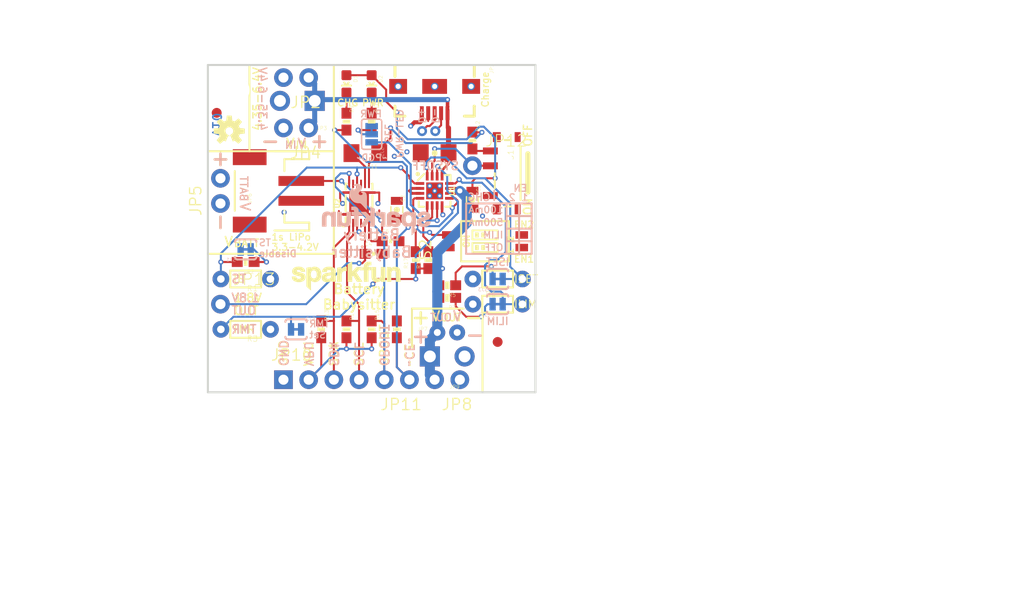
<source format=kicad_pcb>
(kicad_pcb (version 20211014) (generator pcbnew)
  (layers (0 "F.Cu" signal) (31 "B.Cu" signal) (34 "B.Paste" user) (35 "F.Paste" user) (36 "B.SilkS" user "B.Silkscreen") (37 "F.SilkS" user "F.Silkscreen") (38 "B.Mask" user) (39 "F.Mask" user) (44 "Edge.Cuts" user))
  (net 0 "")
  (net 1 "V_BATT")
  (net 2 "GND")
  (net 3 "D+")
  (net 4 "D-")
  (net 5 "V_USB")
  (net 6 "SDA")
  (net 7 "SCL")
  (net 8 "SHIELD")
  (net 9 "BATTERY_IN")
  (net 10 "1.8V")
  (net 11 "GPOUT")
  (net 12 "TS")
  (net 13 "ILIM")
  (net 14 "ISET")
  (net 15 "TMR")
  (net 16 "EN2")
  (net 17 "EN1")
  (net 18 "SYSOFF")
  (net 19 "~{CE}")
  (net 20 "N$11")
  (net 21 "N$12")
  (net 22 "~{CHG}")
  (net 23 "~{PGOOD}")
  (net 24 "N$4")
  (net 25 "OUT")
  (net 26 "V_PU")
  (net 27 "N$1")
  (net 28 "N$2")
  (net 29 "N$3")
  (net 30 "USB_ID")
  (net 31 "N$5")
  (footprint "boardEagle:0603-CAP" (layer "F.Cu") (at 150.4061 106.2736)
    (fp_text reference "C5")
    (fp_text value "1.0uF")
  )
  (footprint "boardEagle:SCREWTERMINAL-3.5MM-2-NS" (layer "F.Cu") (at 142.7581 92.1131 180)
    (fp_text reference "JP3")
    (fp_text value "")
  )
  (footprint "boardEagle:JST-2-SMD" (layer "F.Cu") (at 137.7061 101.1936 90)
    (fp_text reference "JP6")
    (fp_text value "")
  )
  (footprint "boardEagle:DIPSWITCH-02-50MIL" (layer "F.Cu") (at 159.9311 106.2736 90)
    (fp_text reference "S2")
    (fp_text value "SW_DIP-2_SMD")
  )
  (footprint "boardEagle:0603-RES" (layer "F.Cu") (at 148.5011 115.1636 -90)
    (fp_text reference "R15")
    (fp_text value "10K")
  )
  (footprint "boardEagle:1_6W-RES" (layer "F.Cu") (at 135.8011 110.0836 180)
    (fp_text reference "R1")
    (fp_text value "TS")
  )
  (footprint "boardEagle:1X02_NO_SILK" (layer "F.Cu") (at 152.3111 120.2436 180)
    (fp_text reference "JP11")
    (fp_text value "")
  )
  (footprint "boardEagle:1_6W-RES" (layer "F.Cu") (at 161.2011 112.6236)
    (fp_text reference "R6")
    (fp_text value "ILIM")
  )
  (footprint "boardEagle:OSHW-LOGO-S" (layer "F.Cu") (at 134.1501 95.1611)
    (fp_text reference "LOGO3" hide)
    (fp_text value "OSHW-LOGOS" hide)
  )
  (footprint "boardEagle:FIDUCIAL-1X2" (layer "F.Cu") (at 132.8801 93.3196)
    (fp_text reference "FID1" hide)
    (fp_text value "FIDUCIAL1X2" hide)
  )
  (footprint "boardEagle:SCREWTERMINAL-3.5MM-2-NS" (layer "F.Cu") (at 154.3711 117.8941)
    (fp_text reference "JP7")
    (fp_text value "")
  )
  (footprint "boardEagle:USB-AB-MICRO-SMD_V03" (layer "F.Cu") (at 154.8511 90.6526 -90)
    (fp_text reference "JP1")
    (fp_text value "USB-AB-MICRO-SMD_V03")
  )
  (footprint "boardEagle:PVQFN-N16" (layer "F.Cu") (at 154.8511 101.1936 -90)
    (fp_text reference "U1")
    (fp_text value "BQ24075")
  )
  (footprint "boardEagle:1X01_NO_SILK" (layer "F.Cu") (at 158.6611 98.6536)
    (fp_text reference "JP12")
    (fp_text value "")
  )
  (footprint "boardEagle:1206-CAP" (layer "F.Cu") (at 154.8511 97.3836 180)
    (fp_text reference "C1")
    (fp_text value "1.0uF")
  )
  (footprint "boardEagle:0603-RES" (layer "F.Cu") (at 145.9611 115.1636 -90)
    (fp_text reference "R14")
    (fp_text value "4.7K")
  )
  (footprint "boardEagle:LED-0603" (layer "F.Cu") (at 145.9611 90.3986 180)
    (fp_text reference "D1")
    (fp_text value "BLUE")
  )
  (footprint "boardEagle:1X02_NO_SILK" (layer "F.Cu") (at 142.1511 89.7636 180)
    (fp_text reference "JP2")
    (fp_text value "")
  )
  (footprint "boardEagle:0603-RES" (layer "F.Cu") (at 151.0411 115.1636 90)
    (fp_text reference "R8")
    (fp_text value "100k")
  )
  (footprint "boardEagle:0603-RES" (layer "F.Cu") (at 145.9611 94.2086 -90)
    (fp_text reference "R9")
    (fp_text value "180")
  )
  (footprint "boardEagle:FIDUCIAL-1X2" (layer "F.Cu") (at 161.2011 116.4336)
    (fp_text reference "FID2" hide)
    (fp_text value "FIDUCIAL1X2" hide)
  )
  (footprint "boardEagle:STAND-OFF" (layer "F.Cu") (at 162.4711 91.0336)
    (fp_text reference "STANDOFF1" hide)
    (fp_text value "STAND-OFF" hide)
  )
  (footprint "boardEagle:SFE_LOGO_NAME_.1" (layer "F.Cu") (at 139.9921 111.6711)
    (fp_text reference "LOGO1" hide)
    (fp_text value "SFE_LOGO_NAME.1_INCH" hide)
  )
  (footprint "boardEagle:0603-RES" (layer "F.Cu") (at 135.8011 108.3691 180)
    (fp_text reference "R2")
    (fp_text value "10K")
  )
  (footprint "boardEagle:STAND-OFF" (layer "F.Cu") (at 134.5311 118.9736)
    (fp_text reference "STANDOFF2" hide)
    (fp_text value "STAND-OFF" hide)
  )
  (footprint "boardEagle:1_6W-RES" (layer "F.Cu") (at 161.2011 110.0836)
    (fp_text reference "R4")
    (fp_text value "ISET")
  )
  (footprint "boardEagle:0603-RES" (layer "F.Cu") (at 156.1211 111.9886 180)
    (fp_text reference "R7")
    (fp_text value "1.1k")
  )
  (footprint "boardEagle:1X02_NO_SILK" (layer "F.Cu") (at 133.2611 102.4636 90)
    (fp_text reference "JP5")
    (fp_text value "")
  )
  (footprint "boardEagle:0603-CAP" (layer "F.Cu") (at 148.6916 107.5436)
    (fp_text reference "C4")
    (fp_text value "0.47uF")
  )
  (footprint "boardEagle:0603-RES" (layer "F.Cu") (at 148.5011 94.2086 -90)
    (fp_text reference "R10")
    (fp_text value "1K")
  )
  (footprint "boardEagle:0805-CAP" (layer "F.Cu") (at 158.6611 102.0826 -90)
    (fp_text reference "C3")
    (fp_text value "10uF")
  )
  (footprint "boardEagle:1X02_NO_SILK" (layer "F.Cu") (at 157.3911 120.2436 180)
    (fp_text reference "JP8")
    (fp_text value "")
  )
  (footprint "boardEagle:JST-2-PTH-NS" (layer "F.Cu") (at 156.1211 115.4811 180)
    (fp_text reference "JP9")
    (fp_text value "")
  )
  (footprint "boardEagle:0603-RES" (layer "F.Cu") (at 158.6611 96.1136 -90)
    (fp_text reference "R12")
    (fp_text value "100k")
  )
  (footprint "boardEagle:1X01_NO_SILK" (layer "F.Cu") (at 133.2611 112.6236)
    (fp_text reference "JP13")
    (fp_text value "")
  )
  (footprint "boardEagle:1X04_NO_SILK" (layer "F.Cu") (at 139.6111 120.2436)
    (fp_text reference "JP10")
    (fp_text value "")
  )
  (footprint "boardEagle:STAND-OFF" (layer "F.Cu") (at 162.4711 118.9736)
    (fp_text reference "STANDOFF4" hide)
    (fp_text value "STAND-OFF" hide)
  )
  (footprint "boardEagle:PDSO-N12" (layer "F.Cu") (at 147.2311 102.4636)
    (fp_text reference "U2")
    (fp_text value "BQ27441-G1")
  )
  (footprint "boardEagle:CREATIVE_COMMONS" (layer "F.Cu") (at 131.3561 142.4686)
    (fp_text reference "FRAME1" hide)
    (fp_text value "FRAME-LETTER" hide)
  )
  (footprint "boardEagle:0805-CAP" (layer "F.Cu") (at 151.0411 103.0986 -90)
    (fp_text reference "C2")
    (fp_text value "10uF")
  )
  (footprint "boardEagle:LED-0603" (layer "F.Cu") (at 148.5011 90.3986 180)
    (fp_text reference "D2")
    (fp_text value "RED")
  )
  (footprint "boardEagle:STAND-OFF" (layer "F.Cu") (at 134.5311 91.0336)
    (fp_text reference "STANDOFF3" hide)
    (fp_text value "STAND-OFF" hide)
  )
  (footprint "boardEagle:1X02_NO_SILK" (layer "F.Cu") (at 142.1511 94.8436 180)
    (fp_text reference "JP4")
    (fp_text value "")
  )
  (footprint "boardEagle:1_6W-RES" (layer "F.Cu") (at 135.8011 115.1636 180)
    (fp_text reference "R3")
    (fp_text value "TMR")
  )
  (footprint "boardEagle:0603-RES" (layer "F.Cu") (at 152.9461 108.1786 90)
    (fp_text reference "R17")
    (fp_text value "10K")
  )
  (footprint "boardEagle:0603-RES" (layer "F.Cu") (at 156.1211 110.7186 180)
    (fp_text reference "R5")
    (fp_text value "590")
  )
  (footprint "boardEagle:SWITCH-SPST-SMD-A" (layer "F.Cu") (at 162.2171 99.4156 -90)
    (fp_text reference "S1")
    (fp_text value "RIGHT_ANGLE_SLIDE_SWITCH_SMD")
  )
  (footprint "boardEagle:1206" (layer "F.Cu") (at 147.8661 97.3836 180)
    (fp_text reference "R11")
    (fp_text value "0.01")
  )
  (footprint "boardEagle:0603-RES" (layer "F.Cu") (at 143.4211 115.1636 -90)
    (fp_text reference "R13")
    (fp_text value "4.7K")
  )
  (footprint "boardEagle:0603-RES" (layer "F.Cu") (at 154.2161 108.1786 90)
    (fp_text reference "R16")
    (fp_text value "10K")
  )
  (footprint "boardEagle:PAD.03X.04" (layer "B.Cu") (at 153.5811 95.1611 180)
    (fp_text reference "TP2" hide)
    (fp_text value "" hide)
  )
  (footprint "boardEagle:SFE_LOGO_NAME_FLAME_.1" (layer "B.Cu") (at 154.8511 105.7021 180)
    (fp_text reference "LOGO2" hide)
    (fp_text value "SFE_LOGO_NAME_FLAME.1_INCH" hide)
  )
  (footprint "boardEagle:PAD-JUMPER-2-NC_BY_TRACE_YES_SILK" (layer "B.Cu") (at 161.2011 112.6236)
    (fp_text reference "SJ4")
    (fp_text value "")
  )
  (footprint "boardEagle:PAD-JUMPER-3-2OF3_NC_BY_TRACE_YES_SILK_FULL_BOX" (layer "B.Cu") (at 148.5011 95.4786 90)
    (fp_text reference "SJ5")
    (fp_text value "")
  )
  (footprint "boardEagle:PAD-JUMPER-2-NC_BY_TRACE_YES_SILK" (layer "B.Cu") (at 135.8011 107.0991)
    (fp_text reference "SJ1")
    (fp_text value "")
  )
  (footprint "boardEagle:PAD-JUMPER-2-NC_BY_TRACE_YES_SILK" (layer "B.Cu") (at 140.8811 115.1636 180)
    (fp_text reference "SJ2")
    (fp_text value "")
  )
  (footprint "boardEagle:PAD.03X.04" (layer "B.Cu") (at 154.9146 95.1611 180)
    (fp_text reference "TP1" hide)
    (fp_text value "" hide)
  )
  (footprint "boardEagle:PAD-JUMPER-2-NC_BY_TRACE_YES_SILK" (layer "B.Cu") (at 161.2011 110.0836)
    (fp_text reference "SJ3")
    (fp_text value "")
  )
  (gr_line (start 163.3601 107.5436) (end 162.0901 107.5436) (layer "B.SilkS") (width 0.2032))
  (gr_line (start 153.4541 115.3541) (end 153.4541 116.4971) (layer "B.SilkS") (width 0.254))
  (gr_line (start 163.3601 103.7336) (end 163.3601 105.0036) (layer "B.SilkS") (width 0.2032))
  (gr_line (start 164.6301 106.2736) (end 163.3601 106.2736) (layer "B.SilkS") (width 0.2032))
  (gr_line (start 163.3601 105.0036) (end 162.0901 105.0036) (layer "B.SilkS") (width 0.2032))
  (gr_line (start 163.3601 103.7336) (end 163.3601 102.4636) (layer "B.SilkS") (width 0.2032))
  (gr_line (start 162.0901 107.5436) (end 158.0261 107.5436) (layer "B.SilkS") (width 0.2032))
  (gr_line (start 162.0901 103.7336) (end 162.0901 102.4636) (layer "B.SilkS") (width 0.2032))
  (gr_line (start 164.6301 103.7336) (end 164.6301 105.0036) (layer "B.SilkS") (width 0.2032))
  (gr_line (start 164.6301 105.0036) (end 163.3601 105.0036) (layer "B.SilkS") (width 0.2032))
  (gr_line (start 162.0901 102.4636) (end 163.3601 102.4636) (layer "B.SilkS") (width 0.2032))
  (gr_line (start 163.3601 102.4636) (end 164.6301 102.4636) (layer "B.SilkS") (width 0.2032))
  (gr_line (start 162.0901 103.7336) (end 162.0901 105.0036) (layer "B.SilkS") (width 0.2032))
  (gr_line (start 164.6301 103.7336) (end 163.3601 103.7336) (layer "B.SilkS") (width 0.2032))
  (gr_line (start 158.0261 107.5436) (end 158.0261 102.4636) (layer "B.SilkS") (width 0.2032))
  (gr_line (start 164.6301 102.4636) (end 164.6301 103.7336) (layer "B.SilkS") (width 0.2032))
  (gr_line (start 133.8326 98.0186) (end 132.6896 98.0186) (layer "B.SilkS") (width 0.254))
  (gr_line (start 138.8491 96.2406) (end 137.7061 96.2406) (layer "B.SilkS") (width 0.254))
  (gr_line (start 162.0901 105.0036) (end 162.0901 106.2736) (layer "B.SilkS") (width 0.2032))
  (gr_line (start 164.6301 105.0036) (end 164.6301 106.2736) (layer "B.SilkS") (width 0.2032))
  (gr_line (start 163.3601 106.2736) (end 162.0901 106.2736) (layer "B.SilkS") (width 0.2032))
  (gr_line (start 163.3601 106.2736) (end 163.3601 107.5436) (layer "B.SilkS") (width 0.2032))
  (gr_line (start 164.6301 107.5436) (end 163.3601 107.5436) (layer "B.SilkS") (width 0.2032))
  (gr_line (start 142.6591 96.2406) (end 143.8021 96.2406) (layer "B.SilkS") (width 0.254))
  (gr_line (start 133.2611 98.5901) (end 133.2611 97.4471) (layer "B.SilkS") (width 0.254))
  (gr_line (start 143.2306 95.6691) (end 143.2306 96.8121) (layer "B.SilkS") (width 0.254))
  (gr_line (start 164.6301 106.2736) (end 164.6301 107.5436) (layer "B.SilkS") (width 0.2032))
  (gr_line (start 152.8826 115.9256) (end 154.0256 115.9256) (layer "B.SilkS") (width 0.254))
  (gr_line (start 163.3601 105.0036) (end 163.3601 106.2736) (layer "B.SilkS") (width 0.2032))
  (gr_line (start 158.0261 102.4636) (end 162.0901 102.4636) (layer "B.SilkS") (width 0.2032))
  (gr_line (start 163.3601 103.7336) (end 162.0901 103.7336) (layer "B.SilkS") (width 0.2032))
  (gr_line (start 158.3436 115.7986) (end 159.4866 115.7986) (layer "B.SilkS") (width 0.254))
  (gr_line (start 162.0901 106.2736) (end 162.0901 107.5436) (layer "B.SilkS") (width 0.2032))
  (gr_line (start 133.2611 104.9401) (end 133.2611 103.7971) (layer "B.SilkS") (width 0.254))
  (gr_line (start 154.0256 114.0206) (end 152.8826 114.0206) (layer "F.SilkS") (width 0.254))
  (gr_line (start 153.4541 113.4491) (end 153.4541 114.5921) (layer "F.SilkS") (width 0.254))
  (gr_line (start 136.1821 97.1931) (end 132.0546 97.1931) (layer "F.SilkS") (width 0.2032))
  (gr_line (start 131.9911 107.5436) (end 144.6911 107.5436) (layer "F.SilkS") (width 0.2032))
  (gr_line (start 137.7061 96.2406) (end 138.8491 96.2406) (layer "F.SilkS") (width 0.254))
  (gr_line (start 152.5651 113.0681) (end 157.7721 113.0681) (layer "F.SilkS") (width 0.2032))
  (gr_line (start 164.2491 101.3206) (end 164.2491 97.4471) (layer "F.SilkS") (width 0.508))
  (gr_line (start 144.6911 107.5436) (end 144.6911 97.1931) (layer "F.SilkS") (width 0.2032))
  (gr_line (start 159.6771 121.5136) (end 159.6771 113.5126) (layer "F.SilkS") (width 0.2032))
  (gr_line (start 152.5651 113.0681) (end 152.5651 116.9416) (layer "F.SilkS") (width 0.2032))
  (gr_line (start 136.1821 97.1931) (end 144.6911 97.1931) (layer "F.SilkS") (width 0.2032))
  (gr_line (start 159.3596 114.0206) (end 158.2166 114.0206) (layer "F.SilkS") (width 0.254))
  (gr_line (start 136.1821 88.4936) (end 136.1821 97.1931) (layer "F.SilkS") (width 0.2032))
  (gr_line (start 133.2611 98.5901) (end 133.2611 97.4471) (layer "F.SilkS") (width 0.254))
  (gr_line (start 142.6591 96.2406) (end 143.8021 96.2406) (layer "F.SilkS") (width 0.254))
  (gr_line (start 133.2611 104.9401) (end 133.2611 103.7971) (layer "F.SilkS") (width 0.254))
  (gr_line (start 144.6911 97.1931) (end 144.6911 88.4936) (layer "F.SilkS") (width 0.2032))
  (gr_line (start 143.2306 96.8121) (end 143.2306 95.6691) (layer "F.SilkS") (width 0.254))
  (gr_line (start 133.8326 98.0186) (end 132.6896 98.0186) (layer "F.SilkS") (width 0.254))
  (gr_line (start 165.0111 88.4936) (end 165.0111 121.5136) (layer "Edge.Cuts") (width 0.2032))
  (gr_line (start 131.9911 121.5136) (end 131.9911 88.4936) (layer "Edge.Cuts") (width 0.2032))
  (gr_line (start 131.9911 88.4936) (end 165.0111 88.4936) (layer "Edge.Cuts") (width 0.2032))
  (gr_line (start 165.0111 121.5136) (end 131.9911 121.5136) (layer "Edge.Cuts") (width 0.2032))
  (gr_text "v10" (at 132.3721 95.7326 -90) (layer "B.Cu") (effects (font (size 0.8636 0.8636) (thickness 0.1524)) (justify left bottom mirror)))
  (gr_text "IN" (at 141.0081 97.0026) (layer "B.SilkS") (effects (font (size 0.75565 0.75565) (thickness 0.13335)) (justify left bottom mirror)))
  (gr_text "OUT" (at 134.2771 113.2586) (layer "B.SilkS") (effects (font (size 0.8636 0.8636) (thickness 0.1524)) (justify right mirror)))
  (gr_text "1.8V" (at 134.2771 111.9886) (layer "B.SilkS") (effects (font (size 0.8636 0.8636) (thickness 0.1524)) (justify right mirror)))
  (gr_text "D-" (at 154.9146 94.4626 -90) (layer "B.SilkS") (effects (font (size 0.69088 0.69088) (thickness 0.12192)) (justify left mirror)))
  (gr_text "BATT" (at 135.1661 102.3366 -90) (layer "B.SilkS") (effects (font (size 0.75565 0.75565) (thickness 0.13335)) (justify left bottom mirror)))
  (gr_text "OUT" (at 155.4861 114.4016) (layer "B.SilkS") (effects (font (size 0.75565 0.75565) (thickness 0.13335)) (justify bottom mirror)))
  (gr_text "D+" (at 153.5811 94.4626 -90) (layer "B.SilkS") (effects (font (size 0.69088 0.69088) (thickness 0.12192)) (justify left mirror)))
  (gr_text "V" (at 135.1661 102.7811 -90) (layer "B.SilkS") (effects (font (size 0.97155 0.97155) (thickness 0.17145)) (justify bottom mirror)))
  (gr_text "500mA" (at 161.8361 104.3686) (layer "B.SilkS") (effects (font (size 0.69088 0.69088) (thickness 0.12192)) (justify left mirror)))
  (gr_text "PWR-LED\nSEL" (at 149.7711 95.4151 -90) (layer "B.SilkS") (effects (font (size 0.69088 0.69088) (thickness 0.12192)) (justify bottom mirror)))
  (gr_text "TMR" (at 134.2771 115.1636) (layer "B.SilkS") (effects (font (size 0.8636 0.8636) (thickness 0.1524)) (justify right mirror)))
  (gr_text "ISET" (at 161.2011 108.8136) (layer "B.SilkS") (effects (font (size 0.75565 0.75565) (thickness 0.13335)) (justify bottom mirror)))
  (gr_text "1" (at 163.9316 102.2731) (layer "B.SilkS") (effects (font (size 0.69088 0.69088) (thickness 0.12192)) (justify bottom mirror)))
  (gr_text "~PGD~" (at 148.5011 97.4471) (layer "B.SilkS") (effects (font (size 0.69088 0.69088) (thickness 0.12192)) (justify top mirror)))
  (gr_text "Battery\nBabysitter" (at 148.5011 105.0036) (layer "B.SilkS") (effects (font (size 1.0795 1.0795) (thickness 0.1905)) (justify top mirror)))
  (gr_text "EN" (at 163.4871 101.3206) (layer "B.SilkS") (effects (font (size 0.69088 0.69088) (thickness 0.12192)) (justify bottom mirror)))
  (gr_text "TS\nDisable" (at 137.0711 106.9721) (layer "B.SilkS") (effects (font (size 0.69088 0.69088) (thickness 0.12192)) (justify right mirror)))
  (gr_text "CHG" (at 160.5661 102.2731) (layer "B.SilkS") (effects (font (size 0.75565 0.75565) (thickness 0.13335)) (justify left bottom mirror)))
  (gr_text "2" (at 162.6616 102.2731) (layer "B.SilkS") (effects (font (size 0.69088 0.69088) (thickness 0.12192)) (justify bottom mirror)))
  (gr_text "ILIM" (at 161.2011 113.8936) (layer "B.SilkS") (effects (font (size 0.75565 0.75565) (thickness 0.13335)) (justify top mirror)))
  (gr_text "V" (at 141.4526 97.0026) (layer "B.SilkS") (effects (font (size 0.97155 0.97155) (thickness 0.17145)) (justify bottom mirror)))
  (gr_text "OFF" (at 161.8361 106.9086) (layer "B.SilkS") (effects (font (size 0.69088 0.69088) (thickness 0.12192)) (justify left mirror)))
  (gr_text "SCL" (at 147.2311 118.9736 -90) (layer "B.SilkS") (effects (font (size 0.8636 0.8636) (thickness 0.1524)) (justify left mirror)))
  (gr_text "ILIM" (at 161.8361 105.6386) (layer "B.SilkS") (effects (font (size 0.69088 0.69088) (thickness 0.12192)) (justify left mirror)))
  (gr_text "V" (at 157.1371 114.4016) (layer "B.SilkS") (effects (font (size 0.97155 0.97155) (thickness 0.17145)) (justify bottom mirror)))
  (gr_text "4.35-6.4V" (at 137.0076 88.6206 -90) (layer "B.SilkS") (effects (font (size 0.82042 0.82042) (thickness 0.14478)) (justify right bottom mirror)))
  (gr_text "TMR\nSet" (at 142.1511 115.1636) (layer "B.SilkS") (effects (font (size 0.69088 0.69088) (thickness 0.12192)) (justify right mirror)))
  (gr_text "~CE~" (at 152.3111 118.9736 -90) (layer "B.SilkS") (effects (font (size 0.8636 0.8636) (thickness 0.1524)) (justify left mirror)))
  (gr_text "GND" (at 139.6111 118.9736 -90) (layer "B.SilkS") (effects (font (size 0.8636 0.8636) (thickness 0.1524)) (justify left mirror)))
  (gr_text "SDA" (at 144.6911 118.9736 -90) (layer "B.SilkS") (effects (font (size 0.8636 0.8636) (thickness 0.1524)) (justify left mirror)))
  (gr_text "GPOUT" (at 149.7711 118.9736 -90) (layer "B.SilkS") (effects (font (size 0.8636 0.8636) (thickness 0.1524)) (justify left mirror)))
  (gr_text "TS" (at 134.2771 110.0836) (layer "B.SilkS") (effects (font (size 0.8636 0.8636) (thickness 0.1524)) (justify right mirror)))
  (gr_text "I" (at 161.2011 102.2731) (layer "B.SilkS") (effects (font (size 0.97155 0.97155) (thickness 0.17145)) (justify left bottom mirror)))
  (gr_text "VPU" (at 142.1511 118.9736 -90) (layer "B.SilkS") (effects (font (size 0.8636 0.8636) (thickness 0.1524)) (justify left mirror)))
  (gr_text "PWR" (at 148.4376 93.8276) (layer "B.SilkS") (effects (font (size 0.69088 0.69088) (thickness 0.12192)) (justify bottom mirror)))
  (gr_text "SYSOFF" (at 157.3911 98.6536) (layer "B.SilkS") (effects (font (size 0.8636 0.8636) (thickness 0.1524)) (justify left mirror)))
  (gr_text "100mA" (at 161.8361 103.0986) (layer "B.SilkS") (effects (font (size 0.69088 0.69088) (thickness 0.12192)) (justify left mirror)))
  (gr_text "1s LiPo" (at 138.3411 105.4481) (layer "F.SilkS") (effects (font (size 0.69088 0.69088) (thickness 0.12192)) (justify left top)))
  (gr_text "4.35-6.4V" (at 136.4996 88.6206 90) (layer "F.SilkS") (effects (font (size 0.82042 0.82042) (thickness 0.14478)) (justify right top)))
  (gr_text "Battery\nBabysitter" (at 147.2311 110.5281) (layer "F.SilkS") (effects (font (size 0.97155 0.97155) (thickness 0.17145)) (justify top)))
  (gr_text "BATT" (at 134.5311 106.9086) (layer "F.SilkS") (effects (font (size 0.75565 0.75565) (thickness 0.13335)) (justify left bottom)))
  (gr_text "~CE~" (at 152.3111 118.9736 90) (layer "F.SilkS") (effects (font (size 0.8636 0.8636) (thickness 0.1524)) (justify left)))
  (gr_text "V" (at 140.3096 97.0026) (layer "F.SilkS") (effects (font (size 0.97155 0.97155) (thickness 0.17145)) (justify bottom)))
  (gr_text "PWR" (at 148.6281 92.3036) (layer "F.SilkS") (effects (font (size 0.69088 0.69088) (thickness 0.12192))))
  (gr_text "GPOUT" (at 149.7711 118.9736 90) (layer "F.SilkS") (effects (font (size 0.8636 0.8636) (thickness 0.1524)) (justify left)))
  (gr_text "EN2" (at 163.8681 105.0036) (layer "F.SilkS") (effects (font (size 0.69088 0.69088) (thickness 0.12192)) (justify bottom)))
  (gr_text "EN1" (at 163.8681 107.6706) (layer "F.SilkS") (effects (font (size 0.69088 0.69088) (thickness 0.12192)) (justify top)))
  (gr_text "IN" (at 140.7541 97.0026) (layer "F.SilkS") (effects (font (size 0.75565 0.75565) (thickness 0.13335)) (justify left bottom)))
  (gr_text "Charge" (at 159.5501 90.9701 90) (layer "F.SilkS") (effects (font (size 0.69088 0.69088) (thickness 0.12192)) (justify top)))
  (gr_text "SCL" (at 147.2311 118.9736 90) (layer "F.SilkS") (effects (font (size 0.8636 0.8636) (thickness 0.1524)) (justify left)))
  (gr_text "CHG" (at 146.0881 92.3036) (layer "F.SilkS") (effects (font (size 0.69088 0.69088) (thickness 0.12192))))
  (gr_text "SDA" (at 144.6911 118.9736 90) (layer "F.SilkS") (effects (font (size 0.8636 0.8636) (thickness 0.1524)) (justify left)))
  (gr_text "V" (at 154.9781 114.4016) (layer "F.SilkS") (effects (font (size 0.97155 0.97155) (thickness 0.17145)) (justify bottom)))
  (gr_text "OFF" (at 164.2491 96.8121 90) (layer "F.SilkS") (effects (font (size 0.82042 0.82042) (thickness 0.14478)) (justify left)))
  (gr_text "GND" (at 139.6111 118.9736 90) (layer "F.SilkS") (effects (font (size 0.8636 0.8636) (thickness 0.1524)) (justify left)))
  (gr_text "OUT" (at 155.3591 114.4016) (layer "F.SilkS") (effects (font (size 0.75565 0.75565) (thickness 0.13335)) (justify left bottom)))
  (gr_text "3.3-4.2V" (at 138.3411 106.4641) (layer "F.SilkS") (effects (font (size 0.69088 0.69088) (thickness 0.12192)) (justify left top)))
  (gr_text "ON" (at 164.2491 101.8286 90) (layer "F.SilkS") (effects (font (size 0.82042 0.82042) (thickness 0.14478)) (justify right)))
  (gr_text "1.8V" (at 134.5311 111.9886) (layer "F.SilkS") (effects (font (size 0.8636 0.8636) (thickness 0.1524)) (justify left)))
  (gr_text "VPU" (at 142.1511 118.9736 90) (layer "F.SilkS") (effects (font (size 0.8636 0.8636) (thickness 0.1524)) (justify left)))
  (gr_text "V" (at 134.0866 106.9086) (layer "F.SilkS") (effects (font (size 0.97155 0.97155) (thickness 0.17145)) (justify bottom)))
  (gr_text "OUT" (at 134.5311 113.2586) (layer "F.SilkS") (effects (font (size 0.8636 0.8636) (thickness 0.1524)) (justify left)))
  (segment (start 148.2311 98.4186) (end 149.2661 97.3836) (width 0.2032) (layer "F.Cu") (net 1))
  (segment (start 158.6856 95.2881) (end 158.6611 95.2636) (width 0.2032) (layer "F.Cu") (net 1))
  (segment (start 153.3761 100.9436) (end 152.5611 100.9436) (width 0.2794) (layer "F.Cu") (net 1))
  (segment (start 152.5611 100.9436) (end 152.3111 101.1936) (width 0.2794) (layer "F.Cu") (net 1))
  (segment (start 148.2311 100.4886) (end 148.2311 98.4186) (width 0.2032) (layer "F.Cu") (net 1))
  (segment (start 153.3761 101.4436) (end 152.5611 101.4436) (width 0.2794) (layer "F.Cu") (net 1))
  (segment (start 150.4061 95.8596) (end 149.2661 96.9996) (width 0.2032) (layer "F.Cu") (net 1))
  (segment (start 159.6136 95.2881) (end 158.6856 95.2881) (width 0.2032) (layer "F.Cu") (net 1))
  (segment (start 149.2661 96.9996) (end 149.2661 97.3836) (width 0.2032) (layer "F.Cu") (net 1))
  (segment (start 150.4061 94.8436) (end 150.4061 95.8596) (width 0.2032) (layer "F.Cu") (net 1))
  (segment (start 152.5611 101.4436) (end 152.3111 101.1936) (width 0.2794) (layer "F.Cu") (net 1))
  (via (at 150.4061 94.8436) (size 0.508) (drill 0.254) (layers "F.Cu" "B.Cu") (net 1))
  (via (at 159.6136 95.2881) (size 0.508) (drill 0.254) (layers "F.Cu" "B.Cu") (net 1))
  (segment (start 151.9301 96.3676) (end 150.4061 94.8436) (width 0.2032) (layer "B.Cu") (net 1))
  (segment (start 158.5341 96.3676) (end 151.9301 96.3676) (width 0.2032) (layer "B.Cu") (net 1))
  (segment (start 159.6136 95.2881) (end 158.5341 96.3676) (width 0.2032) (layer "B.Cu") (net 1))
  (segment (start 152.8191 94.2721) (end 152.4381 94.6531) (width 0.4064) (layer "F.Cu") (net 2))
  (segment (start 149.2631 101.3636) (end 149.2631 102.2096) (width 0.2032) (layer "F.Cu") (net 2))
  (segment (start 145.1991 103.5636) (end 145.1991 103.2256) (width 0.2032) (layer "F.Cu") (net 2))
  (segment (start 146.0811 101.3636) (end 145.3261 101.3636) (width 0.2032) (layer "F.Cu") (net 2))
  (segment (start 147.0311 104.4386) (end 147.0311 105.1211) (width 0.2032) (layer "F.Cu") (net 2))
  (segment (start 153.5511 93.3526) (end 153.5511 94.1116) (width 0.4064) (layer "F.Cu") (net 2))
  (segment (start 147.0311 105.1211) (end 147.2311 105.3211) (width 0.2032) (layer "F.Cu") (net 2))
  (segment (start 146.0811 103.5636) (end 145.1991 103.5636) (width 0.2032) (layer "F.Cu") (net 2))
  (segment (start 149.2631 103.5636) (end 149.2631 103.1621) (width 0.2032) (layer "F.Cu") (net 2))
  (segment (start 148.3811 103.5636) (end 149.2631 103.5636) (width 0.2032) (layer "F.Cu") (net 2))
  (segment (start 153.5511 94.1116) (end 153.3906 94.2721) (width 0.4064) (layer "F.Cu") (net 2))
  (segment (start 146.0811 101.3636) (end 147.2311 101.3636) (width 0.254) (layer "F.Cu") (net 2))
  (segment (start 145.3261 101.3636) (end 145.3261 102.2096) (width 0.2032) (layer "F.Cu") (net 2))
  (segment (start 148.3811 101.3636) (end 149.2631 101.3636) (width 0.2032) (layer "F.Cu") (net 2))
  (segment (start 153.3906 94.2721) (end 152.8191 94.2721) (width 0.4064) (layer "F.Cu") (net 2))
  (segment (start 155.6011 102.6686) (end 155.6011 103.4041) (width 0.254) (layer "F.Cu") (net 2))
  (via (at 150.7871 97.7011) (size 0.508) (drill 0.254) (layers "F.Cu" "B.Cu") (net 2))
  (via (at 149.1361 102.4636) (size 0.508) (drill 0.254) (layers "F.Cu" "B.Cu") (net 2))
  (via (at 152.4381 94.6531) (size 0.508) (drill 0.254) (layers "F.Cu" "B.Cu") (net 2))
  (via (at 159.6771 103.7336) (size 0.508) (drill 0.254) (layers "F.Cu" "B.Cu") (net 2))
  (via (at 154.3511 101.6936) (size 0.508) (drill 0.254) (layers "F.Cu" "B.Cu") (net 2))
  (via (at 155.3511 100.6936) (size 0.508) (drill 0.254) (layers "F.Cu" "B.Cu") (net 2))
  (via (at 152.0571 97.2566) (size 0.508) (drill 0.254) (layers "F.Cu" "B.Cu") (net 2))
  (via (at 145.5801 102.4636) (size 0.508) (drill 0.254) (layers "F.Cu" "B.Cu") (net 2))
  (via (at 147.2311 105.3211) (size 0.508) (drill 0.254) (layers "F.Cu" "B.Cu") (net 2))
  (via (at 155.3511 101.6936) (size 0.508) (drill 0.254) (layers "F.Cu" "B.Cu") (net 2))
  (via (at 154.8511 101.1936) (size 0.508) (drill 0.254) (layers "F.Cu" "B.Cu") (net 2))
  (via (at 154.3511 100.6936) (size 0.508) (drill 0.254) (layers "F.Cu" "B.Cu") (net 2))
  (via (at 139.6746 103.3526) (size 0.508) (drill 0.254) (layers "F.Cu" "B.Cu") (net 2))
  (via (at 155.6766 103.6066) (size 0.508) (drill 0.254) (layers "F.Cu" "B.Cu") (net 2))
  (segment (start 154.8511 93.3526) (end 154.8511 94.1451) (width 0.2032) (layer "F.Cu") (net 3))
  (segment (start 154.8511 94.1451) (end 154.3431 94.6531) (width 0.2032) (layer "F.Cu") (net 3))
  (segment (start 154.3431 94.6531) (end 154.0891 94.6531) (width 0.2032) (layer "F.Cu") (net 3))
  (segment (start 154.0891 94.6531) (end 153.5811 95.1611) (width 0.2032) (layer "F.Cu") (net 3))
  (via (at 153.5811 95.1611) (size 0.9652) (drill 0.508) (layers "F.Cu" "B.Cu") (net 3))
  (segment (start 155.5011 93.3526) (end 155.5011 94.5746) (width 0.2032) (layer "F.Cu") (net 4))
  (segment (start 155.5011 94.5746) (end 154.9146 95.1611) (width 0.2032) (layer "F.Cu") (net 4))
  (via (at 154.9146 95.1611) (size 0.9652) (drill 0.508) (layers "F.Cu" "B.Cu") (net 4))
  (segment (start 156.2511 98.4601) (end 156.2511 97.3836) (width 0.254) (layer "F.Cu") (net 5))
  (segment (start 156.2511 94.8406) (end 156.2511 97.3836) (width 0.508) (layer "F.Cu") (net 5))
  (segment (start 156.1511 91.9861) (end 156.1511 93.3526) (width 0.3556) (layer "F.Cu") (net 5))
  (segment (start 155.6011 99.1101) (end 156.2511 98.4601) (width 0.254) (layer "F.Cu") (net 5))
  (segment (start 156.1511 93.3526) (end 156.1511 94.8406) (width 0.3556) (layer "F.Cu") (net 5))
  (segment (start 155.6011 99.7186) (end 155.6011 99.1101) (width 0.254) (layer "F.Cu") (net 5))
  (via (at 156.1511 91.9861) (size 0.508) (drill 0.254) (layers "F.Cu" "B.Cu") (net 5))
  (segment (start 142.7581 90.3706) (end 142.7581 92.1131) (width 0.508) (layer "B.Cu") (net 5))
  (segment (start 142.7581 94.2366) (end 142.7581 92.1131) (width 0.508) (layer "B.Cu") (net 5))
  (segment (start 142.1511 94.8436) (end 142.7581 94.2366) (width 0.508) (layer "B.Cu") (net 5))
  (segment (start 142.1511 89.7636) (end 142.7581 90.3706) (width 0.508) (layer "B.Cu") (net 5))
  (segment (start 156.1511 91.9861) (end 142.8851 91.9861) (width 0.508) (layer "B.Cu") (net 5))
  (segment (start 142.8851 91.9861) (end 142.7581 92.1131) (width 0.508) (layer "B.Cu") (net 5))
  (segment (start 143.4211 114.3136) (end 144.6911 114.3136) (width 0.2032) (layer "F.Cu") (net 6))
  (segment (start 146.2311 104.4386) (end 146.2311 105.3686) (width 0.2032) (layer "F.Cu") (net 6))
  (segment (start 144.6911 106.9086) (end 144.6911 114.3136) (width 0.2032) (layer "F.Cu") (net 6))
  (segment (start 144.6911 114.3136) (end 144.6911 120.2436) (width 0.2032) (layer "F.Cu") (net 6))
  (segment (start 146.2311 105.3686) (end 144.6911 106.9086) (width 0.2032) (layer "F.Cu") (net 6))
  (segment (start 146.0246 106.2736) (end 146.0246 111.4171) (width 0.2032) (layer "F.Cu") (net 7))
  (segment (start 147.2311 114.3136) (end 147.2311 120.2436) (width 0.2032) (layer "F.Cu") (net 7))
  (segment (start 146.0246 111.4171) (end 147.2311 112.6236) (width 0.2032) (layer "F.Cu") (net 7))
  (segment (start 146.6311 105.6671) (end 146.0246 106.2736) (width 0.2032) (layer "F.Cu") (net 7))
  (segment (start 146.6311 104.4386) (end 146.6311 105.6671) (width 0.2032) (layer "F.Cu") (net 7))
  (segment (start 145.9611 114.3136) (end 147.2311 114.3136) (width 0.2032) (layer "F.Cu") (net 7))
  (segment (start 147.2311 112.6236) (end 147.2311 114.3136) (width 0.2032) (layer "F.Cu") (net 7))
  (via (at 158.5311 90.6526) (size 0.762) (drill 0.508) (layers "F.Cu" "B.Cu") (net 8))
  (via (at 151.1711 90.6526) (size 0.762) (drill 0.508) (layers "F.Cu" "B.Cu") (net 8))
  (via (at 154.8511 90.6526) (size 0.762) (drill 0.508) (layers "F.Cu" "B.Cu") (net 8))
  (segment (start 148.2311 104.4386) (end 148.2311 106.0036) (width 0.2032) (layer "F.Cu") (net 9))
  (segment (start 148.2311 106.0036) (end 148.5011 106.2736) (width 0.2032) (layer "F.Cu") (net 9))
  (segment (start 149.4291 104.1536) (end 149.5561 104.2806) (width 0.2032) (layer "F.Cu") (net 9))
  (segment (start 147.8311 98.7486) (end 146.4661 97.3836) (width 0.2032) (layer "F.Cu") (net 9))
  (segment (start 149.5561 104.2806) (end 149.5561 106.2736) (width 0.2032) (layer "F.Cu") (net 9))
  (segment (start 147.8311 100.4886) (end 147.8311 98.7486) (width 0.2032) (layer "F.Cu") (net 9))
  (segment (start 148.5011 106.2736) (end 149.5561 106.2736) (width 0.2032) (layer "F.Cu") (net 9))
  (segment (start 145.4691 100.1936) (end 141.4061 100.1936) (width 0.2032) (layer "F.Cu") (net 9))
  (via (at 149.4291 104.1536) (size 0.508) (drill 0.254) (layers "F.Cu" "B.Cu") (net 9))
  (via (at 145.4691 100.1936) (size 0.508) (drill 0.254) (layers "F.Cu" "B.Cu") (net 9))
  (segment (start 145.4691 100.1936) (end 149.4291 104.1536) (width 0.2032) (layer "B.Cu") (net 9))
  (segment (start 147.8311 107.5331) (end 147.8416 107.5436) (width 0.2032) (layer "F.Cu") (net 10))
  (segment (start 147.2311 108.4961) (end 147.5486 108.4961) (width 0.2032) (layer "F.Cu") (net 10))
  (segment (start 147.8416 107.5436) (end 147.8416 108.2031) (width 0.2032) (layer "F.Cu") (net 10))
  (segment (start 147.8311 104.4386) (end 147.8311 107.5331) (width 0.2032) (layer "F.Cu") (net 10))
  (segment (start 147.5486 108.4961) (end 147.8416 108.2031) (width 0.2032) (layer "F.Cu") (net 10))
  (via (at 147.2311 108.4961) (size 0.508) (drill 0.254) (layers "F.Cu" "B.Cu") (net 10))
  (segment (start 141.8971 112.6236) (end 133.2611 112.6236) (width 0.2032) (layer "B.Cu") (net 10))
  (segment (start 146.0246 108.4961) (end 141.8971 112.6236) (width 0.2032) (layer "B.Cu") (net 10))
  (segment (start 146.0246 108.4961) (end 147.2311 108.4961) (width 0.2032) (layer "B.Cu") (net 10))
  (segment (start 149.7711 114.5921) (end 149.7711 120.2436) (width 0.2032) (layer "F.Cu") (net 11))
  (segment (start 149.4926 114.3136) (end 149.7711 114.5921) (width 0.2032) (layer "F.Cu") (net 11))
  (segment (start 148.5011 114.3136) (end 149.4926 114.3136) (width 0.2032) (layer "F.Cu") (net 11))
  (segment (start 146.2311 100.4886) (end 146.2311 99.4316) (width 0.2032) (layer "F.Cu") (net 11))
  (via (at 146.2311 99.4316) (size 0.508) (drill 0.254) (layers "F.Cu" "B.Cu") (net 11))
  (segment (start 144.8181 99.9871) (end 144.8181 100.7491) (width 0.2032) (layer "B.Cu") (net 11))
  (segment (start 145.3736 99.4316) (end 144.8181 99.9871) (width 0.2032) (layer "B.Cu") (net 11))
  (segment (start 149.7711 105.7021) (end 149.7711 120.2436) (width 0.2032) (layer "B.Cu") (net 11))
  (segment (start 146.2311 99.4316) (end 145.3736 99.4316) (width 0.2032) (layer "B.Cu") (net 11))
  (segment (start 144.8181 100.7491) (end 149.7711 105.7021) (width 0.2032) (layer "B.Cu") (net 11))
  (segment (start 153.3761 100.4436) (end 152.8311 100.4436) (width 0.2032) (layer "F.Cu") (net 12))
  (segment (start 152.3111 99.7331) (end 151.4316 98.8536) (width 0.2032) (layer "F.Cu") (net 12))
  (segment (start 152.8311 100.4436) (end 152.3111 99.9236) (width 0.2032) (layer "F.Cu") (net 12))
  (segment (start 134.9511 108.3691) (end 133.3011 108.3691) (width 0.2032) (layer "F.Cu") (net 12))
  (segment (start 152.3111 99.9236) (end 152.3111 99.7331) (width 0.2032) (layer "F.Cu") (net 12))
  (segment (start 147.0311 100.4886) (end 147.0311 99.4886) (width 0.2032) (layer "F.Cu") (net 12))
  (via (at 147.0311 99.4886) (size 0.508) (drill 0.254) (layers "F.Cu" "B.Cu") (net 12))
  (via (at 151.4316 98.8536) (size 0.508) (drill 0.254) (layers "F.Cu" "B.Cu") (net 12))
  (via (at 133.3011 108.3691) (size 0.508) (drill 0.254) (layers "F.Cu" "B.Cu") (net 12))
  (segment (start 147.0311 99.4886) (end 147.0311 98.8441) (width 0.2032) (layer "B.Cu") (net 12))
  (segment (start 141.9606 98.8441) (end 133.3011 107.5036) (width 0.2032) (layer "B.Cu") (net 12))
  (segment (start 141.9606 98.8441) (end 147.0311 98.8441) (width 0.2032) (layer "B.Cu") (net 12))
  (segment (start 151.4221 98.8441) (end 151.4316 98.8536) (width 0.2032) (layer "B.Cu") (net 12))
  (segment (start 133.3011 108.3691) (end 133.3011 110.0836) (width 0.2032) (layer "B.Cu") (net 12))
  (segment (start 133.3011 107.5036) (end 133.3011 108.3691) (width 0.2032) (layer "B.Cu") (net 12))
  (segment (start 147.0311 98.8441) (end 151.4221 98.8441) (width 0.2032) (layer "B.Cu") (net 12))
  (segment (start 156.9346 100.4436) (end 157.3276 100.0506) (width 0.2032) (layer "F.Cu") (net 13))
  (segment (start 156.3261 100.4436) (end 156.9346 100.4436) (width 0.2032) (layer "F.Cu") (net 13))
  (via (at 157.3276 100.0506) (size 0.508) (drill 0.254) (layers "F.Cu" "B.Cu") (net 13))
  (segment (start 160.4391 108.1786) (end 159.9311 108.6866) (width 0.2032) (layer "B.Cu") (net 13))
  (segment (start 159.9311 110.7186) (end 160.5661 111.3536) (width 0.2032) (layer "B.Cu") (net 13))
  (segment (start 157.6451 100.3681) (end 159.6136 100.3681) (width 0.2032) (layer "B.Cu") (net 13))
  (segment (start 159.9311 108.6866) (end 159.9311 110.7186) (width 0.2032) (layer "B.Cu") (net 13))
  (segment (start 157.3276 100.0506) (end 157.6451 100.3681) (width 0.2032) (layer "B.Cu") (net 13))
  (segment (start 160.5661 111.3536) (end 161.5186 111.3536) (width 0.2032) (layer "B.Cu") (net 13))
  (segment (start 161.2011 108.1786) (end 160.4391 108.1786) (width 0.2032) (layer "B.Cu") (net 13))
  (segment (start 161.5186 111.3536) (end 161.7091 111.5441) (width 0.2032) (layer "B.Cu") (net 13))
  (segment (start 161.7091 112.6236) (end 161.7091 111.5441) (width 0.2032) (layer "B.Cu") (net 13))
  (segment (start 162.0266 102.7811) (end 162.0266 107.3531) (width 0.2032) (layer "B.Cu") (net 13))
  (segment (start 161.7091 112.6236) (end 163.7011 112.6236) (width 0.2032) (layer "B.Cu") (net 13))
  (segment (start 159.6136 100.3681) (end 162.0266 102.7811) (width 0.2032) (layer "B.Cu") (net 13))
  (segment (start 162.0266 107.3531) (end 161.2011 108.1786) (width 0.2032) (layer "B.Cu") (net 13))
  (segment (start 154.1011 99.7186) (end 154.1011 98.9076) (width 0.2032) (layer "F.Cu") (net 14))
  (segment (start 154.1011 98.9076) (end 154.0376 98.8441) (width 0.2032) (layer "F.Cu") (net 14))
  (via (at 154.0376 98.8441) (size 0.508) (drill 0.254) (layers "F.Cu" "B.Cu") (net 14))
  (segment (start 155.9941 97.8281) (end 158.0896 99.9236) (width 0.2032) (layer "B.Cu") (net 14))
  (segment (start 154.0376 98.8441) (end 154.0376 98.2606) (width 0.2032) (layer "B.Cu") (net 14))
  (segment (start 154.4701 97.8281) (end 155.9941 97.8281) (width 0.2032) (layer "B.Cu") (net 14))
  (segment (start 158.0896 99.9236) (end 159.9311 99.9236) (width 0.2032) (layer "B.Cu") (net 14))
  (segment (start 161.7091 110.0836) (end 163.7011 110.0836) (width 0.2032) (layer "B.Cu") (net 14))
  (segment (start 162.4711 102.4636) (end 162.4711 108.8536) (width 0.2032) (layer "B.Cu") (net 14))
  (segment (start 162.4711 108.8536) (end 163.7011 110.0836) (width 0.2032) (layer "B.Cu") (net 14))
  (segment (start 159.9311 99.9236) (end 162.4711 102.4636) (width 0.2032) (layer "B.Cu") (net 14))
  (segment (start 154.0376 98.2606) (end 154.4701 97.8281) (width 0.2032) (layer "B.Cu") (net 14))
  (segment (start 149.1361 110.0836) (end 148.6281 110.5916) (width 0.2032) (layer "F.Cu") (net 15))
  (segment (start 152.9461 110.0836) (end 149.1361 110.0836) (width 0.2032) (layer "F.Cu") (net 15))
  (segment (start 155.1011 98.7846) (end 155.1646 98.7211) (width 0.2032) (layer "F.Cu") (net 15))
  (segment (start 155.1011 99.7186) (end 155.1011 98.7846) (width 0.2032) (layer "F.Cu") (net 15))
  (via (at 155.1646 98.7211) (size 0.508) (drill 0.254) (layers "F.Cu" "B.Cu") (net 15))
  (via (at 152.9461 110.0836) (size 0.508) (drill 0.254) (layers "F.Cu" "B.Cu") (net 15))
  (via (at 148.6281 110.5916) (size 0.508) (drill 0.254) (layers "F.Cu" "B.Cu") (net 15))
  (segment (start 155.1646 98.7211) (end 156.1211 99.6776) (width 0.2032) (layer "B.Cu") (net 15))
  (segment (start 140.3731 113.8936) (end 145.3261 113.8936) (width 0.2032) (layer "B.Cu") (net 15))
  (segment (start 156.1211 101.1936) (end 156.1211 99.6776) (width 0.2032) (layer "B.Cu") (net 15))
  (segment (start 157.2006 102.2731) (end 156.1211 101.1936) (width 0.2032) (layer "B.Cu") (net 15))
  (segment (start 157.2006 103.4161) (end 152.9461 107.6706) (width 0.2032) (layer "B.Cu") (net 15))
  (segment (start 152.9461 107.6706) (end 152.9461 110.0836) (width 0.2032) (layer "B.Cu") (net 15))
  (segment (start 157.2006 103.4161) (end 157.2006 102.2731) (width 0.2032) (layer "B.Cu") (net 15))
  (segment (start 140.3731 115.1636) (end 140.3731 113.8936) (width 0.2032) (layer "B.Cu") (net 15))
  (segment (start 134.5711 113.8936) (end 140.3731 113.8936) (width 0.2032) (layer "B.Cu") (net 15))
  (segment (start 134.5711 113.8936) (end 133.3011 115.1636) (width 0.2032) (layer "B.Cu") (net 15))
  (segment (start 148.6281 110.5916) (end 145.3261 113.8936) (width 0.2032) (layer "B.Cu") (net 15))
  (segment (start 152.9461 107.3286) (end 152.9461 104.8766) (width 0.2032) (layer "F.Cu") (net 16))
  (segment (start 154.5971 105.6386) (end 156.2311 105.6386) (width 0.2032) (layer "F.Cu") (net 16))
  (segment (start 154.1011 103.7216) (end 152.9461 104.8766) (width 0.2032) (layer "F.Cu") (net 16))
  (segment (start 154.3431 105.3846) (end 154.5971 105.6386) (width 0.2032) (layer "F.Cu") (net 16))
  (segment (start 154.1011 102.6686) (end 154.1011 103.7216) (width 0.2032) (layer "F.Cu") (net 16))
  (via (at 154.3431 105.3846) (size 0.508) (drill 0.254) (layers "F.Cu" "B.Cu") (net 16))
  (via (at 152.9461 104.8766) (size 0.508) (drill 0.254) (layers "F.Cu" "B.Cu") (net 16))
  (segment (start 152.9461 104.8766) (end 153.4541 105.3846) (width 0.2032) (layer "B.Cu") (net 16))
  (segment (start 153.4541 105.3846) (end 154.3431 105.3846) (width 0.2032) (layer "B.Cu") (net 16))
  (segment (start 154.2161 106.2736) (end 153.7081 105.7656) (width 0.2032) (layer "F.Cu") (net 17))
  (segment (start 154.6011 102.6686) (end 154.6011 103.8566) (width 0.2032) (layer "F.Cu") (net 17))
  (segment (start 154.9391 107.3286) (end 155.3591 106.9086) (width 0.2032) (layer "F.Cu") (net 17))
  (segment (start 154.6011 103.8566) (end 153.7081 104.7496) (width 0.2032) (layer "F.Cu") (net 17))
  (segment (start 154.2161 107.3286) (end 154.2161 106.2736) (width 0.2032) (layer "F.Cu") (net 17))
  (segment (start 154.2161 107.3286) (end 154.9391 107.3286) (width 0.2032) (layer "F.Cu") (net 17))
  (segment (start 155.3591 106.9086) (end 156.2311 106.9086) (width 0.2032) (layer "F.Cu") (net 17))
  (segment (start 153.7081 105.7656) (end 153.7081 104.7496) (width 0.2032) (layer "F.Cu") (net 17))
  (segment (start 158.6611 98.6536) (end 160.4551 98.6536) (width 0.2032) (layer "F.Cu") (net 18))
  (segment (start 154.6011 98.4036) (end 154.8551 98.1496) (width 0.2032) (layer "F.Cu") (net 18))
  (segment (start 154.6011 99.7186) (end 154.6011 98.4036) (width 0.2032) (layer "F.Cu") (net 18))
  (segment (start 160.4551 98.6536) (end 160.4671 98.6656) (width 0.2032) (layer "F.Cu") (net 18))
  (segment (start 154.8551 98.1496) (end 154.8551 96.9431) (width 0.2032) (layer "F.Cu") (net 18))
  (via (at 154.8551 96.9431) (size 0.508) (drill 0.254) (layers "F.Cu" "B.Cu") (net 18))
  (segment (start 154.8551 96.9431) (end 156.9506 96.9431) (width 0.2032) (layer "B.Cu") (net 18))
  (segment (start 156.9506 96.9431) (end 158.6611 98.6536) (width 0.2032) (layer "B.Cu") (net 18))
  (segment (start 151.0411 116.0136) (end 151.0411 118.9736) (width 0.2032) (layer "F.Cu") (net 19))
  (segment (start 152.6921 104.3686) (end 152.1841 104.8766) (width 0.2032) (layer "F.Cu") (net 19))
  (segment (start 153.3761 101.9436) (end 152.8311 101.9436) (width 0.2032) (layer "F.Cu") (net 19))
  (segment (start 152.8311 101.9436) (end 152.6921 102.0826) (width 0.2032) (layer "F.Cu") (net 19))
  (segment (start 151.0411 118.9736) (end 152.3111 120.2436) (width 0.2032) (layer "F.Cu") (net 19))
  (segment (start 152.6921 102.0826) (end 152.6921 104.3686) (width 0.2032) (layer "F.Cu") (net 19))
  (via (at 152.1841 104.8766) (size 0.508) (drill 0.254) (layers "F.Cu" "B.Cu") (net 19))
  (segment (start 151.0411 118.9736) (end 152.3111 120.2436) (width 0.2032) (layer "B.Cu") (net 19))
  (segment (start 151.0411 106.0196) (end 151.0411 118.9736) (width 0.2032) (layer "B.Cu") (net 19))
  (segment (start 152.1841 104.8766) (end 151.0411 106.0196) (width 0.2032) (layer "B.Cu") (net 19))
  (segment (start 145.9611 93.3586) (end 145.9611 91.2756) (width 0.2032) (layer "F.Cu") (net 20))
  (segment (start 148.5011 93.3586) (end 148.5011 91.2756) (width 0.2032) (layer "F.Cu") (net 21))
  (segment (start 157.1371 102.4001) (end 156.6291 102.9081) (width 0.2032) (layer "F.Cu") (net 22))
  (segment (start 145.9611 95.0586) (end 144.7791 95.0586) (width 0.2032) (layer "F.Cu") (net 22))
  (segment (start 157.1371 102.1461) (end 157.1371 102.4001) (width 0.2032) (layer "F.Cu") (net 22))
  (segment (start 156.3261 101.9436) (end 156.9346 101.9436) (width 0.2032) (layer "F.Cu") (net 22))
  (segment (start 156.9346 101.9436) (end 157.1371 102.1461) (width 0.2032) (layer "F.Cu") (net 22))
  (via (at 156.6291 102.9081) (size 0.508) (drill 0.254) (layers "F.Cu" "B.Cu") (net 22))
  (via (at 144.7791 95.0586) (size 0.508) (drill 0.254) (layers "F.Cu" "B.Cu") (net 22))
  (segment (start 156.6291 102.9081) (end 156.6291 103.4161) (width 0.2032) (layer "B.Cu") (net 22))
  (segment (start 156.6291 103.4161) (end 155.2956 104.7496) (width 0.2032) (layer "B.Cu") (net 22))
  (segment (start 144.7791 95.0586) (end 147.9931 98.2726) (width 0.2032) (layer "B.Cu") (net 22))
  (segment (start 147.9931 98.2726) (end 151.6126 98.2726) (width 0.2032) (layer "B.Cu") (net 22))
  (segment (start 153.9621 104.7496) (end 152.0571 102.8446) (width 0.2032) (layer "B.Cu") (net 22))
  (segment (start 155.2956 104.7496) (end 153.9621 104.7496) (width 0.2032) (layer "B.Cu") (net 22))
  (segment (start 152.0571 102.8446) (end 152.0571 98.7171) (width 0.2032) (layer "B.Cu") (net 22))
  (segment (start 152.0571 98.7171) (end 151.6126 98.2726) (width 0.2032) (layer "B.Cu") (net 22))
  (segment (start 155.1011 102.6686) (end 155.1011 104.1821) (width 0.2032) (layer "F.Cu") (net 23))
  (via (at 155.1011 104.1821) (size 0.508) (drill 0.254) (layers "F.Cu" "B.Cu") (net 23))
  (segment (start 152.4381 98.5266) (end 150.2029 96.2914) (width 0.2032) (layer "B.Cu") (net 23))
  (segment (start 154.0296 104.1821) (end 152.4381 102.5906) (width 0.2032) (layer "B.Cu") (net 23))
  (segment (start 148.5011 96.2914) (end 150.2029 96.2914) (width 0.2032) (layer "B.Cu") (net 23))
  (segment (start 155.1011 104.1821) (end 154.0296 104.1821) (width 0.2032) (layer "B.Cu") (net 23))
  (segment (start 152.4381 102.5906) (end 152.4381 98.5266) (width 0.2032) (layer "B.Cu") (net 23))
  (segment (start 160.2651 96.9636) (end 160.4671 97.1656) (width 0.2032) (layer "F.Cu") (net 24))
  (segment (start 159.9311 96.9636) (end 160.2651 96.9636) (width 0.2032) (layer "F.Cu") (net 24))
  (segment (start 158.6611 96.9636) (end 158.8631 97.1656) (width 0.2032) (layer "F.Cu") (net 24))
  (segment (start 158.8631 97.1656) (end 160.4671 97.1656) (width 0.2032) (layer "F.Cu") (net 24))
  (segment (start 151.0411 93.2561) (end 149.9616 92.1766) (width 0.2032) (layer "F.Cu") (net 25))
  (segment (start 149.9616 92.1766) (end 149.9616 90.9821) (width 0.2032) (layer "F.Cu") (net 25))
  (segment (start 157.1411 101.4436) (end 157.3911 101.1936) (width 0.2794) (layer "F.Cu") (net 25))
  (segment (start 156.3261 100.9436) (end 157.1411 100.9436) (width 0.2794) (layer "F.Cu") (net 25))
  (segment (start 158.6611 101.1826) (end 158.6611 100.2411) (width 0.2032) (layer "F.Cu") (net 25))
  (segment (start 152.9461 109.0286) (end 154.2161 109.0286) (width 0.2032) (layer "F.Cu") (net 25))
  (segment (start 158.6611 100.2411) (end 158.9786 99.9236) (width 0.2032) (layer "F.Cu") (net 25))
  (segment (start 154.2161 109.0286) (end 155.6376 109.0286) (width 0.2032) (layer "F.Cu") (net 25))
  (segment (start 148.5011 89.5216) (end 149.9616 90.9821) (width 0.2032) (layer "F.Cu") (net 25))
  (segment (start 145.9611 89.5216) (end 148.5011 89.5216) (width 0.2032) (layer "F.Cu") (net 25))
  (segment (start 157.1411 100.9436) (end 157.3911 101.1936) (width 0.2794) (layer "F.Cu") (net 25))
  (segment (start 158.9786 99.9236) (end 160.9471 99.9236) (width 0.2032) (layer "F.Cu") (net 25))
  (segment (start 156.3261 101.4436) (end 157.1411 101.4436) (width 0.2794) (layer "F.Cu") (net 25))
  (via (at 157.3911 101.1936) (size 0.762) (drill 0.508) (layers "F.Cu" "B.Cu") (net 25))
  (via (at 155.6376 109.0286) (size 0.508) (drill 0.254) (layers "F.Cu" "B.Cu") (net 25))
  (via (at 160.9471 99.9236) (size 0.508) (drill 0.254) (layers "F.Cu" "B.Cu") (net 25))
  (via (at 151.0411 93.2561) (size 0.508) (drill 0.254) (layers "F.Cu" "B.Cu") (net 25))
  (segment (start 160.9471 95.8596) (end 159.8041 94.7166) (width 0.2032) (layer "B.Cu") (net 25))
  (segment (start 155.1211 111.3536) (end 155.1211 109.0286) (width 1.016) (layer "B.Cu") (net 25))
  (segment (start 154.3711 116.2311) (end 154.3711 117.8941) (width 1.016) (layer "B.Cu") (net 25))
  (segment (start 159.8041 94.7166) (end 159.3596 94.7166) (width 0.2032) (layer "B.Cu") (net 25))
  (segment (start 158.0896 104.4321) (end 158.0896 101.8921) (width 1.016) (layer "B.Cu") (net 25))
  (segment (start 154.3711 119.7636) (end 154.8511 120.2436) (width 1.016) (layer "B.Cu") (net 25))
  (segment (start 155.1211 115.4811) (end 155.1211 111.3536) (width 1.016) (layer "B.Cu") (net 25))
  (segment (start 160.9471 99.9236) (end 160.9471 95.8596) (width 0.2032) (layer "B.Cu") (net 25))
  (segment (start 158.0896 101.8921) (end 157.3911 101.1936) (width 1.016) (layer "B.Cu") (net 25))
  (segment (start 151.0411 93.2561) (end 151.0411 94.9071) (width 0.2032) (layer "B.Cu") (net 25))
  (segment (start 155.1211 107.4006) (end 158.0896 104.4321) (width 1.016) (layer "B.Cu") (net 25))
  (segment (start 158.0896 95.9866) (end 152.1206 95.9866) (width 0.2032) (layer "B.Cu") (net 25))
  (segment (start 151.0411 94.9071) (end 152.1206 95.9866) (width 0.2032) (layer "B.Cu") (net 25))
  (segment (start 155.1211 109.0286) (end 155.1211 107.4006) (width 1.016) (layer "B.Cu") (net 25))
  (segment (start 155.1211 115.4811) (end 154.3711 116.2311) (width 1.016) (layer "B.Cu") (net 25))
  (segment (start 155.6376 109.0286) (end 155.1211 109.0286) (width 0.2032) (layer "B.Cu") (net 25))
  (segment (start 159.3596 94.7166) (end 158.0896 95.9866) (width 0.2032) (layer "B.Cu") (net 25))
  (segment (start 154.3711 119.7636) (end 154.3711 117.8941) (width 1.016) (layer "B.Cu") (net 25))
  (segment (start 155.1211 111.8616) (end 155.1211 111.3536) (width 0.2032) (layer "B.Cu") (net 25))
  (segment (start 155.1211 110.0836) (end 155.1211 111.3536) (width 0.2032) (layer "B.Cu") (net 25))
  (segment (start 148.5011 116.0136) (end 148.5011 117.1321) (width 0.2032) (layer "F.Cu") (net 26))
  (segment (start 143.4211 118.9736) (end 142.1511 120.2436) (width 0.2032) (layer "F.Cu") (net 26))
  (segment (start 145.9611 116.0136) (end 145.9611 117.1321) (width 0.2032) (layer "F.Cu") (net 26))
  (segment (start 143.4211 116.0136) (end 143.4211 118.9736) (width 0.2032) (layer "F.Cu") (net 26))
  (via (at 148.5011 117.1321) (size 0.508) (drill 0.254) (layers "F.Cu" "B.Cu") (net 26))
  (via (at 145.9611 117.1321) (size 0.508) (drill 0.254) (layers "F.Cu" "B.Cu") (net 26))
  (segment (start 145.2626 117.1321) (end 142.1511 120.2436) (width 0.2032) (layer "B.Cu") (net 26))
  (segment (start 145.9611 117.1321) (end 145.2626 117.1321) (width 0.2032) (layer "B.Cu") (net 26))
  (segment (start 148.5011 117.1321) (end 145.9611 117.1321) (width 0.2032) (layer "B.Cu") (net 26))
  (segment (start 136.6511 108.3691) (end 137.8966 108.3691) (width 0.2032) (layer "F.Cu") (net 27))
  (via (at 137.8966 108.3691) (size 0.508) (drill 0.254) (layers "F.Cu" "B.Cu") (net 27))
  (segment (start 136.6266 107.0991) (end 136.3091 107.0991) (width 0.2032) (layer "B.Cu") (net 27))
  (segment (start 137.8966 108.3691) (end 136.6266 107.0991) (width 0.2032) (layer "B.Cu") (net 27))
  (segment (start 156.9711 111.9886) (end 156.9711 112.8386) (width 0.2032) (layer "F.Cu") (net 28))
  (segment (start 156.9711 112.8386) (end 158.0261 113.8936) (width 0.2032) (layer "F.Cu") (net 28))
  (segment (start 158.0261 113.8936) (end 159.5501 113.8936) (width 0.2032) (layer "F.Cu") (net 28))
  (via (at 159.5501 113.8936) (size 0.508) (drill 0.254) (layers "F.Cu" "B.Cu") (net 28))
  (segment (start 159.9311 113.5126) (end 159.5501 113.8936) (width 0.2032) (layer "B.Cu") (net 28))
  (segment (start 160.1851 112.6236) (end 160.6931 112.6236) (width 0.2032) (layer "B.Cu") (net 28))
  (segment (start 160.1851 112.6236) (end 159.9311 112.8776) (width 0.2032) (layer "B.Cu") (net 28))
  (segment (start 159.9311 112.8776) (end 159.9311 113.5126) (width 0.2032) (layer "B.Cu") (net 28))
  (segment (start 156.9711 110.7186) (end 156.9711 109.4486) (width 0.2032) (layer "F.Cu") (net 29))
  (segment (start 156.9711 109.4486) (end 157.6061 108.8136) (width 0.2032) (layer "F.Cu") (net 29))
  (segment (start 160.5661 108.8136) (end 157.6061 108.8136) (width 0.2032) (layer "F.Cu") (net 29))
  (via (at 160.5661 108.8136) (size 0.508) (drill 0.254) (layers "F.Cu" "B.Cu") (net 29))
  (segment (start 160.6931 108.9406) (end 160.5661 108.8136) (width 0.2032) (layer "B.Cu") (net 29))
  (segment (start 160.6931 110.0836) (end 160.6931 108.9406) (width 0.2032) (layer "B.Cu") (net 29))
  (segment (start 154.2011 93.3526) (end 154.2011 94.1451) (width 0.2032) (layer "F.Cu") (net 30))
  (segment (start 148.5011 95.0586) (end 147.1286 95.0586) (width 0.2032) (layer "F.Cu") (net 31))
  (via (at 147.1286 95.0586) (size 0.508) (drill 0.254) (layers "F.Cu" "B.Cu") (net 31))
  (segment (start 147.5486 95.4786) (end 148.5011 95.4786) (width 0.2032) (layer "B.Cu") (net 31))
  (segment (start 147.1286 95.0586) (end 147.5486 95.4786) (width 0.2032) (layer "B.Cu") (net 31))
)
</source>
